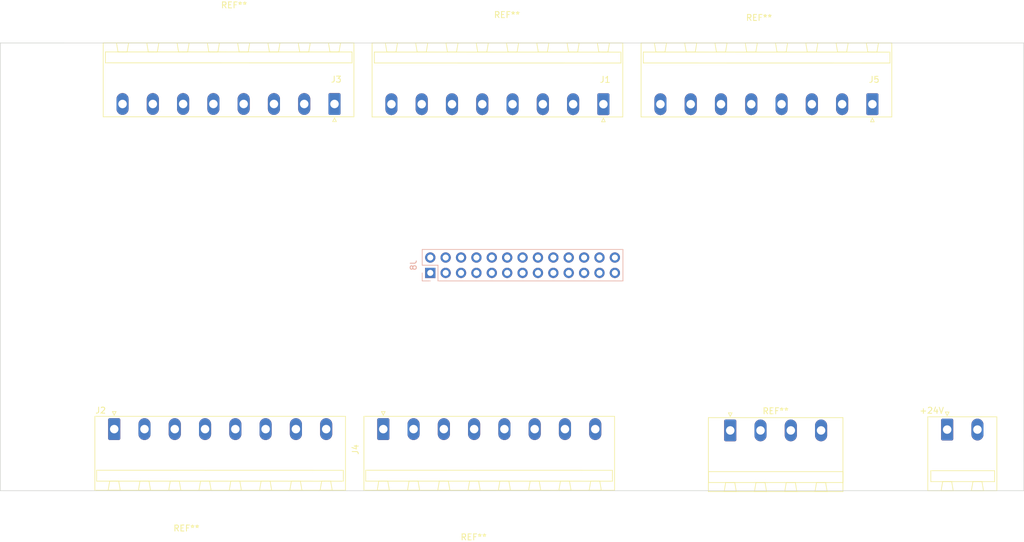
<source format=kicad_pcb>
(kicad_pcb (version 20171130) (host pcbnew "(5.1.10)-1")

  (general
    (thickness 1.6)
    (drawings 4)
    (tracks 0)
    (zones 0)
    (modules 8)
    (nets 1)
  )

  (page A4)
  (layers
    (0 F.Cu signal)
    (31 B.Cu signal)
    (32 B.Adhes user)
    (33 F.Adhes user)
    (34 B.Paste user)
    (35 F.Paste user)
    (36 B.SilkS user)
    (37 F.SilkS user)
    (38 B.Mask user)
    (39 F.Mask user)
    (40 Dwgs.User user)
    (41 Cmts.User user)
    (42 Eco1.User user)
    (43 Eco2.User user)
    (44 Edge.Cuts user)
    (45 Margin user)
    (46 B.CrtYd user)
    (47 F.CrtYd user)
    (48 B.Fab user)
    (49 F.Fab user)
  )

  (setup
    (last_trace_width 0.25)
    (trace_clearance 0.2)
    (zone_clearance 0.508)
    (zone_45_only no)
    (trace_min 0.2)
    (via_size 0.8)
    (via_drill 0.4)
    (via_min_size 0.4)
    (via_min_drill 0.3)
    (uvia_size 0.3)
    (uvia_drill 0.1)
    (uvias_allowed no)
    (uvia_min_size 0.2)
    (uvia_min_drill 0.1)
    (edge_width 0.05)
    (segment_width 0.2)
    (pcb_text_width 0.3)
    (pcb_text_size 1.5 1.5)
    (mod_edge_width 0.12)
    (mod_text_size 1 1)
    (mod_text_width 0.15)
    (pad_size 1.524 1.524)
    (pad_drill 0.762)
    (pad_to_mask_clearance 0)
    (aux_axis_origin 0 0)
    (visible_elements 7FFFFFFF)
    (pcbplotparams
      (layerselection 0x010fc_ffffffff)
      (usegerberextensions false)
      (usegerberattributes true)
      (usegerberadvancedattributes true)
      (creategerberjobfile true)
      (excludeedgelayer true)
      (linewidth 0.100000)
      (plotframeref false)
      (viasonmask false)
      (mode 1)
      (useauxorigin false)
      (hpglpennumber 1)
      (hpglpenspeed 20)
      (hpglpendiameter 15.000000)
      (psnegative false)
      (psa4output false)
      (plotreference true)
      (plotvalue true)
      (plotinvisibletext false)
      (padsonsilk false)
      (subtractmaskfromsilk false)
      (outputformat 1)
      (mirror false)
      (drillshape 1)
      (scaleselection 1)
      (outputdirectory ""))
  )

  (net 0 "")

  (net_class Default "This is the default net class."
    (clearance 0.2)
    (trace_width 0.25)
    (via_dia 0.8)
    (via_drill 0.4)
    (uvia_dia 0.3)
    (uvia_drill 0.1)
  )

  (module Connector_Phoenix_MSTB:PhoenixContact_MSTBA_2,5_4-G_1x04_P5.00mm_Horizontal (layer F.Cu) (tedit 5B785046) (tstamp 617CCF4F)
    (at 175.55 120.65)
    (descr "Generic Phoenix Contact connector footprint for: MSTBA_2,5/4-G; number of pins: 04; pin pitch: 5.00mm; Angled || order number: 1757491 12A || order number: 1923775 16A (HC)")
    (tags "phoenix_contact connector MSTBA_01x04_G_5.00mm")
    (fp_text reference REF** (at 7.5 -3.2) (layer F.SilkS)
      (effects (font (size 1 1) (thickness 0.15)))
    )
    (fp_text value PhoenixContact_MSTBA_2,5_4-G_1x04_P5.00mm_Horizontal (at 7.5 11.2) (layer F.Fab)
      (effects (font (size 1 1) (thickness 0.15)))
    )
    (fp_text user %R (at 7.5 -1.3) (layer F.Fab)
      (effects (font (size 1 1) (thickness 0.15)))
    )
    (fp_line (start -3.61 -2.11) (end -3.61 10.11) (layer F.SilkS) (width 0.12))
    (fp_line (start -3.61 10.11) (end 18.61 10.11) (layer F.SilkS) (width 0.12))
    (fp_line (start 18.61 10.11) (end 18.61 -2.11) (layer F.SilkS) (width 0.12))
    (fp_line (start 18.61 -2.11) (end -3.61 -2.11) (layer F.SilkS) (width 0.12))
    (fp_line (start -3.5 -2) (end -3.5 10) (layer F.Fab) (width 0.1))
    (fp_line (start -3.5 10) (end 18.5 10) (layer F.Fab) (width 0.1))
    (fp_line (start 18.5 10) (end 18.5 -2) (layer F.Fab) (width 0.1))
    (fp_line (start 18.5 -2) (end -3.5 -2) (layer F.Fab) (width 0.1))
    (fp_line (start -3.61 8.61) (end -3.61 6.81) (layer F.SilkS) (width 0.12))
    (fp_line (start -3.61 6.81) (end 18.61 6.81) (layer F.SilkS) (width 0.12))
    (fp_line (start 18.61 6.81) (end 18.61 8.61) (layer F.SilkS) (width 0.12))
    (fp_line (start 18.61 8.61) (end -3.61 8.61) (layer F.SilkS) (width 0.12))
    (fp_line (start -1 10.11) (end 1 10.11) (layer F.SilkS) (width 0.12))
    (fp_line (start 1 10.11) (end 0.75 8.61) (layer F.SilkS) (width 0.12))
    (fp_line (start 0.75 8.61) (end -0.75 8.61) (layer F.SilkS) (width 0.12))
    (fp_line (start -0.75 8.61) (end -1 10.11) (layer F.SilkS) (width 0.12))
    (fp_line (start 4 10.11) (end 6 10.11) (layer F.SilkS) (width 0.12))
    (fp_line (start 6 10.11) (end 5.75 8.61) (layer F.SilkS) (width 0.12))
    (fp_line (start 5.75 8.61) (end 4.25 8.61) (layer F.SilkS) (width 0.12))
    (fp_line (start 4.25 8.61) (end 4 10.11) (layer F.SilkS) (width 0.12))
    (fp_line (start 9 10.11) (end 11 10.11) (layer F.SilkS) (width 0.12))
    (fp_line (start 11 10.11) (end 10.75 8.61) (layer F.SilkS) (width 0.12))
    (fp_line (start 10.75 8.61) (end 9.25 8.61) (layer F.SilkS) (width 0.12))
    (fp_line (start 9.25 8.61) (end 9 10.11) (layer F.SilkS) (width 0.12))
    (fp_line (start 14 10.11) (end 16 10.11) (layer F.SilkS) (width 0.12))
    (fp_line (start 16 10.11) (end 15.75 8.61) (layer F.SilkS) (width 0.12))
    (fp_line (start 15.75 8.61) (end 14.25 8.61) (layer F.SilkS) (width 0.12))
    (fp_line (start 14.25 8.61) (end 14 10.11) (layer F.SilkS) (width 0.12))
    (fp_line (start -4 -2.5) (end -4 10.5) (layer F.CrtYd) (width 0.05))
    (fp_line (start -4 10.5) (end 19 10.5) (layer F.CrtYd) (width 0.05))
    (fp_line (start 19 10.5) (end 19 -2.5) (layer F.CrtYd) (width 0.05))
    (fp_line (start 19 -2.5) (end -4 -2.5) (layer F.CrtYd) (width 0.05))
    (fp_line (start 0.3 -2.91) (end 0 -2.31) (layer F.SilkS) (width 0.12))
    (fp_line (start 0 -2.31) (end -0.3 -2.91) (layer F.SilkS) (width 0.12))
    (fp_line (start -0.3 -2.91) (end 0.3 -2.91) (layer F.SilkS) (width 0.12))
    (fp_line (start 0.95 -2) (end 0 -0.5) (layer F.Fab) (width 0.1))
    (fp_line (start 0 -0.5) (end -0.95 -2) (layer F.Fab) (width 0.1))
    (pad 4 thru_hole oval (at 15 0) (size 2 3.6) (drill 1.4) (layers *.Cu *.Mask))
    (pad 3 thru_hole oval (at 10 0) (size 2 3.6) (drill 1.4) (layers *.Cu *.Mask))
    (pad 2 thru_hole oval (at 5 0) (size 2 3.6) (drill 1.4) (layers *.Cu *.Mask))
    (pad 1 thru_hole roundrect (at 0 0) (size 2 3.6) (drill 1.4) (layers *.Cu *.Mask) (roundrect_rratio 0.125))
    (model ${KISYS3DMOD}/Connector_Phoenix_MSTB.3dshapes/PhoenixContact_MSTBA_2,5_4-G_1x04_P5.00mm_Horizontal.wrl
      (at (xyz 0 0 0))
      (scale (xyz 1 1 1))
      (rotate (xyz 0 0 0))
    )
  )

  (module Connector:Phoenix_1x02_P5.00mm_Horizontal (layer F.Cu) (tedit 6170735D) (tstamp 617CF79D)
    (at 211.37 120.51)
    (descr "Generic Phoenix Contact connector footprint for: MSTBA_2,5/2-G; number of pins: 02; pin pitch: 5.00mm; Angled || order number: 1757475 12A || order number: 1923759 16A (HC)")
    (tags "phoenix_contact connector MSTBA_01x02_G_5.00mm")
    (path /618FEB19)
    (fp_text reference +24V (at -2.545 -3.14) (layer F.SilkS)
      (effects (font (size 1 1) (thickness 0.15)))
    )
    (fp_text value Screw_Terminal_01x02 (at 2.5 11.2) (layer F.Fab)
      (effects (font (size 1 1) (thickness 0.15)))
    )
    (fp_line (start -3.2 -2.11) (end -3.2 10.11) (layer F.SilkS) (width 0.12))
    (fp_line (start -3.2 10.11) (end 8.2 10.11) (layer F.SilkS) (width 0.12))
    (fp_line (start 8.2 10.11) (end 8.2 -2.11) (layer F.SilkS) (width 0.12))
    (fp_line (start 8.2 -2.11) (end -3.2 -2.11) (layer F.SilkS) (width 0.12))
    (fp_line (start -3.09 -2) (end -3.09 10) (layer F.Fab) (width 0.1))
    (fp_line (start -3.09 10) (end 8.09 10) (layer F.Fab) (width 0.1))
    (fp_line (start 8.09 10) (end 8.09 -2) (layer F.Fab) (width 0.1))
    (fp_line (start 8.09 -2) (end -3.09 -2) (layer F.Fab) (width 0.1))
    (fp_line (start -2.7 8.6) (end -2.7 6.8) (layer F.SilkS) (width 0.12))
    (fp_line (start -2.7 6.8) (end 7.85 6.8) (layer F.SilkS) (width 0.12))
    (fp_line (start 7.84 6.81) (end 7.84 8.61) (layer F.SilkS) (width 0.12))
    (fp_line (start 7.84 8.6) (end -2.7 8.6) (layer F.SilkS) (width 0.12))
    (fp_line (start -1 10.11) (end 1 10.11) (layer F.SilkS) (width 0.12))
    (fp_line (start 1 10.11) (end 0.75 8.61) (layer F.SilkS) (width 0.12))
    (fp_line (start 0.75 8.61) (end -0.75 8.61) (layer F.SilkS) (width 0.12))
    (fp_line (start -0.75 8.61) (end -1 10.11) (layer F.SilkS) (width 0.12))
    (fp_line (start 4 10.11) (end 6 10.11) (layer F.SilkS) (width 0.12))
    (fp_line (start 6 10.11) (end 5.75 8.61) (layer F.SilkS) (width 0.12))
    (fp_line (start 5.75 8.61) (end 4.25 8.61) (layer F.SilkS) (width 0.12))
    (fp_line (start 4.25 8.61) (end 4 10.11) (layer F.SilkS) (width 0.12))
    (fp_line (start -4 -2.5) (end -4 10.5) (layer F.CrtYd) (width 0.05))
    (fp_line (start -4 10.5) (end 9 10.5) (layer F.CrtYd) (width 0.05))
    (fp_line (start 9 10.5) (end 9 -2.5) (layer F.CrtYd) (width 0.05))
    (fp_line (start 9 -2.5) (end -4 -2.5) (layer F.CrtYd) (width 0.05))
    (fp_line (start 0.3 -2.91) (end 0 -2.31) (layer F.SilkS) (width 0.12))
    (fp_line (start 0 -2.31) (end -0.3 -2.91) (layer F.SilkS) (width 0.12))
    (fp_line (start -0.3 -2.91) (end 0.3 -2.91) (layer F.SilkS) (width 0.12))
    (fp_line (start 0.95 -2) (end 0 -0.5) (layer F.Fab) (width 0.1))
    (fp_line (start 0 -0.5) (end -0.95 -2) (layer F.Fab) (width 0.1))
    (fp_text user %R (at 2.5 -1.3) (layer F.Fab)
      (effects (font (size 1 1) (thickness 0.15)))
    )
    (pad 1 thru_hole roundrect (at 0 0) (size 2 3.6) (drill 1.4) (layers *.Cu *.Mask) (roundrect_rratio 0.125))
    (pad 2 thru_hole oval (at 5 0) (size 2 3.6) (drill 1.4) (layers *.Cu *.Mask))
    (model ${KISYS3DMOD}/Connector_Phoenix_MSTB.3dshapes/PhoenixContact_MSTBA_2,5_2-G_1x02_P5.00mm_Horizontal.wrl
      (offset (xyz 0.1 0 0))
      (scale (xyz 0.95 1 1))
      (rotate (xyz 0 0 0))
    )
  )

  (module Connector:8pin (layer F.Cu) (tedit 616F2AC0) (tstamp 617CF6E8)
    (at 110.495 63.14 180)
    (path /63807348)
    (fp_text reference J3 (at 0 0.5) (layer F.SilkS)
      (effects (font (size 1 1) (thickness 0.15)))
    )
    (fp_text value Screw_Terminal_01x08 (at 0 -0.5) (layer F.Fab)
      (effects (font (size 1 1) (thickness 0.15)))
    )
    (fp_line (start -2.81 6.43) (end 38.37 6.44) (layer F.Fab) (width 0.1))
    (fp_line (start 38.48 -5.67) (end -2.91 -5.67) (layer F.SilkS) (width 0.12))
    (fp_line (start 38.48 6.55) (end 38.48 -5.67) (layer F.SilkS) (width 0.12))
    (fp_line (start -2.91 -5.67) (end -2.91 6.55) (layer F.SilkS) (width 0.12))
    (fp_line (start -2.91 6.55) (end 38.48 6.55) (layer F.SilkS) (width 0.12))
    (fp_line (start -2.81 -5.57) (end -2.81 6.43) (layer F.Fab) (width 0.1))
    (fp_line (start 36.29 6.55) (end 36.04 5.05) (layer F.SilkS) (width 0.12))
    (fp_line (start 38.12 3.25) (end 38.12 5.05) (layer F.SilkS) (width 0.12))
    (fp_line (start 19.54 5.05) (end 19.29 6.55) (layer F.SilkS) (width 0.12))
    (fp_line (start 38.12 5.05) (end -2.61 5.04) (layer F.SilkS) (width 0.12))
    (fp_line (start -0.71 6.55) (end 1.29 6.55) (layer F.SilkS) (width 0.12))
    (fp_line (start 1.29 6.55) (end 1.04 5.05) (layer F.SilkS) (width 0.12))
    (fp_line (start -0.01 -6.47) (end 0.59 -6.47) (layer F.SilkS) (width 0.12))
    (fp_line (start 1.04 5.05) (end -0.46 5.05) (layer F.SilkS) (width 0.12))
    (fp_line (start 24.29 6.55) (end 26.29 6.55) (layer F.SilkS) (width 0.12))
    (fp_line (start 36.04 5.05) (end 34.54 5.05) (layer F.SilkS) (width 0.12))
    (fp_line (start 4.29 6.55) (end 6.29 6.55) (layer F.SilkS) (width 0.12))
    (fp_line (start 6.29 6.55) (end 6.04 5.05) (layer F.SilkS) (width 0.12))
    (fp_line (start 29.54 5.05) (end 29.29 6.55) (layer F.SilkS) (width 0.12))
    (fp_line (start 9.29 6.55) (end 11.29 6.55) (layer F.SilkS) (width 0.12))
    (fp_line (start 6.04 5.05) (end 4.54 5.05) (layer F.SilkS) (width 0.12))
    (fp_line (start 26.29 6.55) (end 26.04 5.05) (layer F.SilkS) (width 0.12))
    (fp_line (start 9.54 5.05) (end 9.29 6.55) (layer F.SilkS) (width 0.12))
    (fp_line (start 1.24 -5.56) (end 0.29 -4.06) (layer F.Fab) (width 0.1))
    (fp_line (start 14.54 5.05) (end 14.29 6.55) (layer F.SilkS) (width 0.12))
    (fp_line (start 21.04 5.05) (end 19.54 5.05) (layer F.SilkS) (width 0.12))
    (fp_line (start 24.54 5.05) (end 24.29 6.55) (layer F.SilkS) (width 0.12))
    (fp_line (start 29.29 6.55) (end 31.29 6.55) (layer F.SilkS) (width 0.12))
    (fp_line (start 31.29 6.55) (end 31.04 5.05) (layer F.SilkS) (width 0.12))
    (fp_line (start 0.29 -4.06) (end -0.66 -5.56) (layer F.Fab) (width 0.1))
    (fp_line (start 0.59 -6.47) (end 0.29 -5.87) (layer F.SilkS) (width 0.12))
    (fp_line (start 14.29 6.55) (end 16.29 6.55) (layer F.SilkS) (width 0.12))
    (fp_line (start 19.29 6.55) (end 21.29 6.55) (layer F.SilkS) (width 0.12))
    (fp_line (start -3.71 -6.06) (end -3.71 6.94) (layer F.CrtYd) (width 0.05))
    (fp_line (start 21.29 6.55) (end 21.04 5.05) (layer F.SilkS) (width 0.12))
    (fp_line (start 26.04 5.05) (end 24.54 5.05) (layer F.SilkS) (width 0.12))
    (fp_line (start 34.54 5.05) (end 34.29 6.55) (layer F.SilkS) (width 0.12))
    (fp_line (start 0.29 -5.87) (end -0.01 -6.47) (layer F.SilkS) (width 0.12))
    (fp_line (start 39.29 6.94) (end 39.29 -6.06) (layer F.CrtYd) (width 0.05))
    (fp_line (start 11.04 5.05) (end 9.54 5.05) (layer F.SilkS) (width 0.12))
    (fp_line (start 31.04 5.05) (end 29.54 5.05) (layer F.SilkS) (width 0.12))
    (fp_line (start -3.71 6.94) (end 39.29 6.94) (layer F.CrtYd) (width 0.05))
    (fp_line (start 38.37 6.44) (end 38.37 -5.56) (layer F.Fab) (width 0.1))
    (fp_line (start 16.04 5.05) (end 14.54 5.05) (layer F.SilkS) (width 0.12))
    (fp_line (start 38.37 -5.56) (end -2.81 -5.57) (layer F.Fab) (width 0.1))
    (fp_line (start 39.29 -6.06) (end -3.71 -6.06) (layer F.CrtYd) (width 0.05))
    (fp_line (start -2.61 5.04) (end -2.61 3.24) (layer F.SilkS) (width 0.12))
    (fp_line (start 4.54 5.05) (end 4.29 6.55) (layer F.SilkS) (width 0.12))
    (fp_line (start 11.29 6.55) (end 11.04 5.05) (layer F.SilkS) (width 0.12))
    (fp_line (start -2.61 3.24) (end 38.12 3.25) (layer F.SilkS) (width 0.12))
    (fp_line (start -0.46 5.05) (end -0.71 6.55) (layer F.SilkS) (width 0.12))
    (fp_line (start 16.29 6.55) (end 16.04 5.05) (layer F.SilkS) (width 0.12))
    (fp_line (start 34.29 6.55) (end 36.29 6.55) (layer F.SilkS) (width 0.12))
    (fp_text user %R (at 17.79 -4.86) (layer F.Fab)
      (effects (font (size 1 1) (thickness 0.15)))
    )
    (fp_text user REF** (at 16.87 12.78) (layer F.SilkS)
      (effects (font (size 1 1) (thickness 0.15)))
    )
    (fp_text user PhoenixContact_MSTBA_2,5_8-G_1x08_P5.00mm_41.4mm (at 17.79 7.64) (layer F.Fab)
      (effects (font (size 1 1) (thickness 0.15)))
    )
    (pad 7 thru_hole oval (at 30.29 -3.56 180) (size 2 3.6) (drill 1.4) (layers *.Cu *.Mask))
    (pad 1 thru_hole roundrect (at 0.29 -3.56 180) (size 2 3.6) (drill 1.4) (layers *.Cu *.Mask) (roundrect_rratio 0.125))
    (pad 3 thru_hole oval (at 10.29 -3.56 180) (size 2 3.6) (drill 1.4) (layers *.Cu *.Mask))
    (pad 6 thru_hole oval (at 25.29 -3.56 180) (size 2 3.6) (drill 1.4) (layers *.Cu *.Mask))
    (pad 2 thru_hole oval (at 5.29 -3.56 180) (size 2 3.6) (drill 1.4) (layers *.Cu *.Mask))
    (pad 4 thru_hole oval (at 15.29 -3.56 180) (size 2 3.6) (drill 1.4) (layers *.Cu *.Mask))
    (pad 8 thru_hole oval (at 35.29 -3.56 180) (size 2 3.6) (drill 1.4) (layers *.Cu *.Mask))
    (pad 5 thru_hole oval (at 20.29 -3.56 180) (size 2 3.6) (drill 1.4) (layers *.Cu *.Mask))
    (model ${KISYS3DMOD}/Connector_Phoenix_MSTB.3dshapes/PhoenixContact_MSTBA_2,5_8-G_1x08_P5.00mm_Horizontal.step
      (offset (xyz 0.5 3.5 0))
      (scale (xyz 0.98 1 1))
      (rotate (xyz 0 0 0))
    )
  )

  (module Connector:8pin (layer F.Cu) (tedit 616F2AC0) (tstamp 617CF6A5)
    (at 73.54 123.995)
    (path /63A3DBAC)
    (fp_text reference J2 (at -1.95 -6.65) (layer F.SilkS)
      (effects (font (size 1 1) (thickness 0.15)))
    )
    (fp_text value Screw_Terminal_01x08 (at 0 -0.5) (layer F.Fab)
      (effects (font (size 1 1) (thickness 0.15)))
    )
    (fp_line (start -2.81 6.43) (end 38.37 6.44) (layer F.Fab) (width 0.1))
    (fp_line (start 38.48 -5.67) (end -2.91 -5.67) (layer F.SilkS) (width 0.12))
    (fp_line (start 38.48 6.55) (end 38.48 -5.67) (layer F.SilkS) (width 0.12))
    (fp_line (start -2.91 -5.67) (end -2.91 6.55) (layer F.SilkS) (width 0.12))
    (fp_line (start -2.91 6.55) (end 38.48 6.55) (layer F.SilkS) (width 0.12))
    (fp_line (start -2.81 -5.57) (end -2.81 6.43) (layer F.Fab) (width 0.1))
    (fp_line (start 36.29 6.55) (end 36.04 5.05) (layer F.SilkS) (width 0.12))
    (fp_line (start 38.12 3.25) (end 38.12 5.05) (layer F.SilkS) (width 0.12))
    (fp_line (start 19.54 5.05) (end 19.29 6.55) (layer F.SilkS) (width 0.12))
    (fp_line (start 38.12 5.05) (end -2.61 5.04) (layer F.SilkS) (width 0.12))
    (fp_line (start -0.71 6.55) (end 1.29 6.55) (layer F.SilkS) (width 0.12))
    (fp_line (start 1.29 6.55) (end 1.04 5.05) (layer F.SilkS) (width 0.12))
    (fp_line (start -0.01 -6.47) (end 0.59 -6.47) (layer F.SilkS) (width 0.12))
    (fp_line (start 1.04 5.05) (end -0.46 5.05) (layer F.SilkS) (width 0.12))
    (fp_line (start 24.29 6.55) (end 26.29 6.55) (layer F.SilkS) (width 0.12))
    (fp_line (start 36.04 5.05) (end 34.54 5.05) (layer F.SilkS) (width 0.12))
    (fp_line (start 4.29 6.55) (end 6.29 6.55) (layer F.SilkS) (width 0.12))
    (fp_line (start 6.29 6.55) (end 6.04 5.05) (layer F.SilkS) (width 0.12))
    (fp_line (start 29.54 5.05) (end 29.29 6.55) (layer F.SilkS) (width 0.12))
    (fp_line (start 9.29 6.55) (end 11.29 6.55) (layer F.SilkS) (width 0.12))
    (fp_line (start 6.04 5.05) (end 4.54 5.05) (layer F.SilkS) (width 0.12))
    (fp_line (start 26.29 6.55) (end 26.04 5.05) (layer F.SilkS) (width 0.12))
    (fp_line (start 9.54 5.05) (end 9.29 6.55) (layer F.SilkS) (width 0.12))
    (fp_line (start 1.24 -5.56) (end 0.29 -4.06) (layer F.Fab) (width 0.1))
    (fp_line (start 14.54 5.05) (end 14.29 6.55) (layer F.SilkS) (width 0.12))
    (fp_line (start 21.04 5.05) (end 19.54 5.05) (layer F.SilkS) (width 0.12))
    (fp_line (start 24.54 5.05) (end 24.29 6.55) (layer F.SilkS) (width 0.12))
    (fp_line (start 29.29 6.55) (end 31.29 6.55) (layer F.SilkS) (width 0.12))
    (fp_line (start 31.29 6.55) (end 31.04 5.05) (layer F.SilkS) (width 0.12))
    (fp_line (start 0.29 -4.06) (end -0.66 -5.56) (layer F.Fab) (width 0.1))
    (fp_line (start 0.59 -6.47) (end 0.29 -5.87) (layer F.SilkS) (width 0.12))
    (fp_line (start 14.29 6.55) (end 16.29 6.55) (layer F.SilkS) (width 0.12))
    (fp_line (start 19.29 6.55) (end 21.29 6.55) (layer F.SilkS) (width 0.12))
    (fp_line (start -3.71 -6.06) (end -3.71 6.94) (layer F.CrtYd) (width 0.05))
    (fp_line (start 21.29 6.55) (end 21.04 5.05) (layer F.SilkS) (width 0.12))
    (fp_line (start 26.04 5.05) (end 24.54 5.05) (layer F.SilkS) (width 0.12))
    (fp_line (start 34.54 5.05) (end 34.29 6.55) (layer F.SilkS) (width 0.12))
    (fp_line (start 0.29 -5.87) (end -0.01 -6.47) (layer F.SilkS) (width 0.12))
    (fp_line (start 39.29 6.94) (end 39.29 -6.06) (layer F.CrtYd) (width 0.05))
    (fp_line (start 11.04 5.05) (end 9.54 5.05) (layer F.SilkS) (width 0.12))
    (fp_line (start 31.04 5.05) (end 29.54 5.05) (layer F.SilkS) (width 0.12))
    (fp_line (start -3.71 6.94) (end 39.29 6.94) (layer F.CrtYd) (width 0.05))
    (fp_line (start 38.37 6.44) (end 38.37 -5.56) (layer F.Fab) (width 0.1))
    (fp_line (start 16.04 5.05) (end 14.54 5.05) (layer F.SilkS) (width 0.12))
    (fp_line (start 38.37 -5.56) (end -2.81 -5.57) (layer F.Fab) (width 0.1))
    (fp_line (start 39.29 -6.06) (end -3.71 -6.06) (layer F.CrtYd) (width 0.05))
    (fp_line (start -2.61 5.04) (end -2.61 3.24) (layer F.SilkS) (width 0.12))
    (fp_line (start 4.54 5.05) (end 4.29 6.55) (layer F.SilkS) (width 0.12))
    (fp_line (start 11.29 6.55) (end 11.04 5.05) (layer F.SilkS) (width 0.12))
    (fp_line (start -2.61 3.24) (end 38.12 3.25) (layer F.SilkS) (width 0.12))
    (fp_line (start -0.46 5.05) (end -0.71 6.55) (layer F.SilkS) (width 0.12))
    (fp_line (start 16.29 6.55) (end 16.04 5.05) (layer F.SilkS) (width 0.12))
    (fp_line (start 34.29 6.55) (end 36.29 6.55) (layer F.SilkS) (width 0.12))
    (fp_text user %R (at 17.79 -4.86) (layer F.Fab)
      (effects (font (size 1 1) (thickness 0.15)))
    )
    (fp_text user REF** (at 12.22 12.83) (layer F.SilkS)
      (effects (font (size 1 1) (thickness 0.15)))
    )
    (fp_text user PhoenixContact_MSTBA_2,5_8-G_1x08_P5.00mm_41.4mm (at 17.79 7.64) (layer F.Fab)
      (effects (font (size 1 1) (thickness 0.15)))
    )
    (pad 7 thru_hole oval (at 30.29 -3.56) (size 2 3.6) (drill 1.4) (layers *.Cu *.Mask))
    (pad 1 thru_hole roundrect (at 0.29 -3.56) (size 2 3.6) (drill 1.4) (layers *.Cu *.Mask) (roundrect_rratio 0.125))
    (pad 3 thru_hole oval (at 10.29 -3.56) (size 2 3.6) (drill 1.4) (layers *.Cu *.Mask))
    (pad 6 thru_hole oval (at 25.29 -3.56) (size 2 3.6) (drill 1.4) (layers *.Cu *.Mask))
    (pad 2 thru_hole oval (at 5.29 -3.56) (size 2 3.6) (drill 1.4) (layers *.Cu *.Mask))
    (pad 4 thru_hole oval (at 15.29 -3.56) (size 2 3.6) (drill 1.4) (layers *.Cu *.Mask))
    (pad 8 thru_hole oval (at 35.29 -3.56) (size 2 3.6) (drill 1.4) (layers *.Cu *.Mask))
    (pad 5 thru_hole oval (at 20.29 -3.56) (size 2 3.6) (drill 1.4) (layers *.Cu *.Mask))
    (model ${KISYS3DMOD}/Connector_Phoenix_MSTB.3dshapes/PhoenixContact_MSTBA_2,5_8-G_1x08_P5.00mm_Horizontal.step
      (offset (xyz 0.6 3.5 0))
      (scale (xyz 0.98 1 1))
      (rotate (xyz 0 0 0))
    )
  )

  (module Connector:8pin (layer F.Cu) (tedit 616F2AC0) (tstamp 617CF662)
    (at 117.97 123.995)
    (path /63D4A193)
    (fp_text reference J4 (at -4.3 -0.19 90) (layer F.SilkS)
      (effects (font (size 1 1) (thickness 0.15)))
    )
    (fp_text value Screw_Terminal_01x08 (at 0 -0.5) (layer F.Fab)
      (effects (font (size 1 1) (thickness 0.15)))
    )
    (fp_line (start -2.81 6.43) (end 38.37 6.44) (layer F.Fab) (width 0.1))
    (fp_line (start 38.48 -5.67) (end -2.91 -5.67) (layer F.SilkS) (width 0.12))
    (fp_line (start 38.48 6.55) (end 38.48 -5.67) (layer F.SilkS) (width 0.12))
    (fp_line (start -2.91 -5.67) (end -2.91 6.55) (layer F.SilkS) (width 0.12))
    (fp_line (start -2.91 6.55) (end 38.48 6.55) (layer F.SilkS) (width 0.12))
    (fp_line (start -2.81 -5.57) (end -2.81 6.43) (layer F.Fab) (width 0.1))
    (fp_line (start 36.29 6.55) (end 36.04 5.05) (layer F.SilkS) (width 0.12))
    (fp_line (start 38.12 3.25) (end 38.12 5.05) (layer F.SilkS) (width 0.12))
    (fp_line (start 19.54 5.05) (end 19.29 6.55) (layer F.SilkS) (width 0.12))
    (fp_line (start 38.12 5.05) (end -2.61 5.04) (layer F.SilkS) (width 0.12))
    (fp_line (start -0.71 6.55) (end 1.29 6.55) (layer F.SilkS) (width 0.12))
    (fp_line (start 1.29 6.55) (end 1.04 5.05) (layer F.SilkS) (width 0.12))
    (fp_line (start -0.01 -6.47) (end 0.59 -6.47) (layer F.SilkS) (width 0.12))
    (fp_line (start 1.04 5.05) (end -0.46 5.05) (layer F.SilkS) (width 0.12))
    (fp_line (start 24.29 6.55) (end 26.29 6.55) (layer F.SilkS) (width 0.12))
    (fp_line (start 36.04 5.05) (end 34.54 5.05) (layer F.SilkS) (width 0.12))
    (fp_line (start 4.29 6.55) (end 6.29 6.55) (layer F.SilkS) (width 0.12))
    (fp_line (start 6.29 6.55) (end 6.04 5.05) (layer F.SilkS) (width 0.12))
    (fp_line (start 29.54 5.05) (end 29.29 6.55) (layer F.SilkS) (width 0.12))
    (fp_line (start 9.29 6.55) (end 11.29 6.55) (layer F.SilkS) (width 0.12))
    (fp_line (start 6.04 5.05) (end 4.54 5.05) (layer F.SilkS) (width 0.12))
    (fp_line (start 26.29 6.55) (end 26.04 5.05) (layer F.SilkS) (width 0.12))
    (fp_line (start 9.54 5.05) (end 9.29 6.55) (layer F.SilkS) (width 0.12))
    (fp_line (start 1.24 -5.56) (end 0.29 -4.06) (layer F.Fab) (width 0.1))
    (fp_line (start 14.54 5.05) (end 14.29 6.55) (layer F.SilkS) (width 0.12))
    (fp_line (start 21.04 5.05) (end 19.54 5.05) (layer F.SilkS) (width 0.12))
    (fp_line (start 24.54 5.05) (end 24.29 6.55) (layer F.SilkS) (width 0.12))
    (fp_line (start 29.29 6.55) (end 31.29 6.55) (layer F.SilkS) (width 0.12))
    (fp_line (start 31.29 6.55) (end 31.04 5.05) (layer F.SilkS) (width 0.12))
    (fp_line (start 0.29 -4.06) (end -0.66 -5.56) (layer F.Fab) (width 0.1))
    (fp_line (start 0.59 -6.47) (end 0.29 -5.87) (layer F.SilkS) (width 0.12))
    (fp_line (start 14.29 6.55) (end 16.29 6.55) (layer F.SilkS) (width 0.12))
    (fp_line (start 19.29 6.55) (end 21.29 6.55) (layer F.SilkS) (width 0.12))
    (fp_line (start -3.71 -6.06) (end -3.71 6.94) (layer F.CrtYd) (width 0.05))
    (fp_line (start 21.29 6.55) (end 21.04 5.05) (layer F.SilkS) (width 0.12))
    (fp_line (start 26.04 5.05) (end 24.54 5.05) (layer F.SilkS) (width 0.12))
    (fp_line (start 34.54 5.05) (end 34.29 6.55) (layer F.SilkS) (width 0.12))
    (fp_line (start 0.29 -5.87) (end -0.01 -6.47) (layer F.SilkS) (width 0.12))
    (fp_line (start 39.29 6.94) (end 39.29 -6.06) (layer F.CrtYd) (width 0.05))
    (fp_line (start 11.04 5.05) (end 9.54 5.05) (layer F.SilkS) (width 0.12))
    (fp_line (start 31.04 5.05) (end 29.54 5.05) (layer F.SilkS) (width 0.12))
    (fp_line (start -3.71 6.94) (end 39.29 6.94) (layer F.CrtYd) (width 0.05))
    (fp_line (start 38.37 6.44) (end 38.37 -5.56) (layer F.Fab) (width 0.1))
    (fp_line (start 16.04 5.05) (end 14.54 5.05) (layer F.SilkS) (width 0.12))
    (fp_line (start 38.37 -5.56) (end -2.81 -5.57) (layer F.Fab) (width 0.1))
    (fp_line (start 39.29 -6.06) (end -3.71 -6.06) (layer F.CrtYd) (width 0.05))
    (fp_line (start -2.61 5.04) (end -2.61 3.24) (layer F.SilkS) (width 0.12))
    (fp_line (start 4.54 5.05) (end 4.29 6.55) (layer F.SilkS) (width 0.12))
    (fp_line (start 11.29 6.55) (end 11.04 5.05) (layer F.SilkS) (width 0.12))
    (fp_line (start -2.61 3.24) (end 38.12 3.25) (layer F.SilkS) (width 0.12))
    (fp_line (start -0.46 5.05) (end -0.71 6.55) (layer F.SilkS) (width 0.12))
    (fp_line (start 16.29 6.55) (end 16.04 5.05) (layer F.SilkS) (width 0.12))
    (fp_line (start 34.29 6.55) (end 36.29 6.55) (layer F.SilkS) (width 0.12))
    (fp_text user %R (at 17.79 -4.86) (layer F.Fab)
      (effects (font (size 1 1) (thickness 0.15)))
    )
    (fp_text user REF** (at 15.22 14.29) (layer F.SilkS)
      (effects (font (size 1 1) (thickness 0.15)))
    )
    (fp_text user PhoenixContact_MSTBA_2,5_8-G_1x08_P5.00mm_41.4mm (at 17.79 7.64) (layer F.Fab)
      (effects (font (size 1 1) (thickness 0.15)))
    )
    (pad 7 thru_hole oval (at 30.29 -3.56) (size 2 3.6) (drill 1.4) (layers *.Cu *.Mask))
    (pad 1 thru_hole roundrect (at 0.29 -3.56) (size 2 3.6) (drill 1.4) (layers *.Cu *.Mask) (roundrect_rratio 0.125))
    (pad 3 thru_hole oval (at 10.29 -3.56) (size 2 3.6) (drill 1.4) (layers *.Cu *.Mask))
    (pad 6 thru_hole oval (at 25.29 -3.56) (size 2 3.6) (drill 1.4) (layers *.Cu *.Mask))
    (pad 2 thru_hole oval (at 5.29 -3.56) (size 2 3.6) (drill 1.4) (layers *.Cu *.Mask))
    (pad 4 thru_hole oval (at 15.29 -3.56) (size 2 3.6) (drill 1.4) (layers *.Cu *.Mask))
    (pad 8 thru_hole oval (at 35.29 -3.56) (size 2 3.6) (drill 1.4) (layers *.Cu *.Mask))
    (pad 5 thru_hole oval (at 20.29 -3.56) (size 2 3.6) (drill 1.4) (layers *.Cu *.Mask))
    (model ${KISYS3DMOD}/Connector_Phoenix_MSTB.3dshapes/PhoenixContact_MSTBA_2,5_8-G_1x08_P5.00mm_Horizontal.step
      (offset (xyz 0.6 3.5 0))
      (scale (xyz 0.98 1 1))
      (rotate (xyz 0 0 0))
    )
  )

  (module Connector:8pin (layer F.Cu) (tedit 616F2AC0) (tstamp 617CF5FC)
    (at 199.315 63.17 180)
    (path /625A4492)
    (fp_text reference J5 (at 0 0.5) (layer F.SilkS)
      (effects (font (size 1 1) (thickness 0.15)))
    )
    (fp_text value Screw_Terminal_01x08 (at 0 -0.5) (layer F.Fab)
      (effects (font (size 1 1) (thickness 0.15)))
    )
    (fp_line (start -2.81 6.43) (end 38.37 6.44) (layer F.Fab) (width 0.1))
    (fp_line (start 38.48 -5.67) (end -2.91 -5.67) (layer F.SilkS) (width 0.12))
    (fp_line (start 38.48 6.55) (end 38.48 -5.67) (layer F.SilkS) (width 0.12))
    (fp_line (start -2.91 -5.67) (end -2.91 6.55) (layer F.SilkS) (width 0.12))
    (fp_line (start -2.91 6.55) (end 38.48 6.55) (layer F.SilkS) (width 0.12))
    (fp_line (start -2.81 -5.57) (end -2.81 6.43) (layer F.Fab) (width 0.1))
    (fp_line (start 36.29 6.55) (end 36.04 5.05) (layer F.SilkS) (width 0.12))
    (fp_line (start 38.12 3.25) (end 38.12 5.05) (layer F.SilkS) (width 0.12))
    (fp_line (start 19.54 5.05) (end 19.29 6.55) (layer F.SilkS) (width 0.12))
    (fp_line (start 38.12 5.05) (end -2.61 5.04) (layer F.SilkS) (width 0.12))
    (fp_line (start -0.71 6.55) (end 1.29 6.55) (layer F.SilkS) (width 0.12))
    (fp_line (start 1.29 6.55) (end 1.04 5.05) (layer F.SilkS) (width 0.12))
    (fp_line (start -0.01 -6.47) (end 0.59 -6.47) (layer F.SilkS) (width 0.12))
    (fp_line (start 1.04 5.05) (end -0.46 5.05) (layer F.SilkS) (width 0.12))
    (fp_line (start 24.29 6.55) (end 26.29 6.55) (layer F.SilkS) (width 0.12))
    (fp_line (start 36.04 5.05) (end 34.54 5.05) (layer F.SilkS) (width 0.12))
    (fp_line (start 4.29 6.55) (end 6.29 6.55) (layer F.SilkS) (width 0.12))
    (fp_line (start 6.29 6.55) (end 6.04 5.05) (layer F.SilkS) (width 0.12))
    (fp_line (start 29.54 5.05) (end 29.29 6.55) (layer F.SilkS) (width 0.12))
    (fp_line (start 9.29 6.55) (end 11.29 6.55) (layer F.SilkS) (width 0.12))
    (fp_line (start 6.04 5.05) (end 4.54 5.05) (layer F.SilkS) (width 0.12))
    (fp_line (start 26.29 6.55) (end 26.04 5.05) (layer F.SilkS) (width 0.12))
    (fp_line (start 9.54 5.05) (end 9.29 6.55) (layer F.SilkS) (width 0.12))
    (fp_line (start 1.24 -5.56) (end 0.29 -4.06) (layer F.Fab) (width 0.1))
    (fp_line (start 14.54 5.05) (end 14.29 6.55) (layer F.SilkS) (width 0.12))
    (fp_line (start 21.04 5.05) (end 19.54 5.05) (layer F.SilkS) (width 0.12))
    (fp_line (start 24.54 5.05) (end 24.29 6.55) (layer F.SilkS) (width 0.12))
    (fp_line (start 29.29 6.55) (end 31.29 6.55) (layer F.SilkS) (width 0.12))
    (fp_line (start 31.29 6.55) (end 31.04 5.05) (layer F.SilkS) (width 0.12))
    (fp_line (start 0.29 -4.06) (end -0.66 -5.56) (layer F.Fab) (width 0.1))
    (fp_line (start 0.59 -6.47) (end 0.29 -5.87) (layer F.SilkS) (width 0.12))
    (fp_line (start 14.29 6.55) (end 16.29 6.55) (layer F.SilkS) (width 0.12))
    (fp_line (start 19.29 6.55) (end 21.29 6.55) (layer F.SilkS) (width 0.12))
    (fp_line (start -3.71 -6.06) (end -3.71 6.94) (layer F.CrtYd) (width 0.05))
    (fp_line (start 21.29 6.55) (end 21.04 5.05) (layer F.SilkS) (width 0.12))
    (fp_line (start 26.04 5.05) (end 24.54 5.05) (layer F.SilkS) (width 0.12))
    (fp_line (start 34.54 5.05) (end 34.29 6.55) (layer F.SilkS) (width 0.12))
    (fp_line (start 0.29 -5.87) (end -0.01 -6.47) (layer F.SilkS) (width 0.12))
    (fp_line (start 39.29 6.94) (end 39.29 -6.06) (layer F.CrtYd) (width 0.05))
    (fp_line (start 11.04 5.05) (end 9.54 5.05) (layer F.SilkS) (width 0.12))
    (fp_line (start 31.04 5.05) (end 29.54 5.05) (layer F.SilkS) (width 0.12))
    (fp_line (start -3.71 6.94) (end 39.29 6.94) (layer F.CrtYd) (width 0.05))
    (fp_line (start 38.37 6.44) (end 38.37 -5.56) (layer F.Fab) (width 0.1))
    (fp_line (start 16.04 5.05) (end 14.54 5.05) (layer F.SilkS) (width 0.12))
    (fp_line (start 38.37 -5.56) (end -2.81 -5.57) (layer F.Fab) (width 0.1))
    (fp_line (start 39.29 -6.06) (end -3.71 -6.06) (layer F.CrtYd) (width 0.05))
    (fp_line (start -2.61 5.04) (end -2.61 3.24) (layer F.SilkS) (width 0.12))
    (fp_line (start 4.54 5.05) (end 4.29 6.55) (layer F.SilkS) (width 0.12))
    (fp_line (start 11.29 6.55) (end 11.04 5.05) (layer F.SilkS) (width 0.12))
    (fp_line (start -2.61 3.24) (end 38.12 3.25) (layer F.SilkS) (width 0.12))
    (fp_line (start -0.46 5.05) (end -0.71 6.55) (layer F.SilkS) (width 0.12))
    (fp_line (start 16.29 6.55) (end 16.04 5.05) (layer F.SilkS) (width 0.12))
    (fp_line (start 34.29 6.55) (end 36.29 6.55) (layer F.SilkS) (width 0.12))
    (fp_text user %R (at 17.79 -4.86) (layer F.Fab)
      (effects (font (size 1 1) (thickness 0.15)))
    )
    (fp_text user REF** (at 19 10.73) (layer F.SilkS)
      (effects (font (size 1 1) (thickness 0.15)))
    )
    (fp_text user PhoenixContact_MSTBA_2,5_8-G_1x08_P5.00mm_41.4mm (at 17.79 7.64) (layer F.Fab)
      (effects (font (size 1 1) (thickness 0.15)))
    )
    (pad 7 thru_hole oval (at 30.29 -3.56 180) (size 2 3.6) (drill 1.4) (layers *.Cu *.Mask))
    (pad 1 thru_hole roundrect (at 0.29 -3.56 180) (size 2 3.6) (drill 1.4) (layers *.Cu *.Mask) (roundrect_rratio 0.125))
    (pad 3 thru_hole oval (at 10.29 -3.56 180) (size 2 3.6) (drill 1.4) (layers *.Cu *.Mask))
    (pad 6 thru_hole oval (at 25.29 -3.56 180) (size 2 3.6) (drill 1.4) (layers *.Cu *.Mask))
    (pad 2 thru_hole oval (at 5.29 -3.56 180) (size 2 3.6) (drill 1.4) (layers *.Cu *.Mask))
    (pad 4 thru_hole oval (at 15.29 -3.56 180) (size 2 3.6) (drill 1.4) (layers *.Cu *.Mask))
    (pad 8 thru_hole oval (at 35.29 -3.56 180) (size 2 3.6) (drill 1.4) (layers *.Cu *.Mask))
    (pad 5 thru_hole oval (at 20.29 -3.56 180) (size 2 3.6) (drill 1.4) (layers *.Cu *.Mask))
    (model ${KISYS3DMOD}/Connector_Phoenix_MSTB.3dshapes/PhoenixContact_MSTBA_2,5_8-G_1x08_P5.00mm_Horizontal.step
      (offset (xyz 0.5 3.5 0))
      (scale (xyz 0.98 1 1))
      (rotate (xyz 0 0 0))
    )
  )

  (module Connector:8pin (layer F.Cu) (tedit 616F2AC0) (tstamp 617CF5B9)
    (at 154.895 63.17 180)
    (path /62D2984A)
    (fp_text reference J1 (at 0 0.5) (layer F.SilkS)
      (effects (font (size 1 1) (thickness 0.15)))
    )
    (fp_text value Screw_Terminal_01x08 (at 0 -0.5) (layer F.Fab)
      (effects (font (size 1 1) (thickness 0.15)))
    )
    (fp_line (start -2.81 6.43) (end 38.37 6.44) (layer F.Fab) (width 0.1))
    (fp_line (start 38.48 -5.67) (end -2.91 -5.67) (layer F.SilkS) (width 0.12))
    (fp_line (start 38.48 6.55) (end 38.48 -5.67) (layer F.SilkS) (width 0.12))
    (fp_line (start -2.91 -5.67) (end -2.91 6.55) (layer F.SilkS) (width 0.12))
    (fp_line (start -2.91 6.55) (end 38.48 6.55) (layer F.SilkS) (width 0.12))
    (fp_line (start -2.81 -5.57) (end -2.81 6.43) (layer F.Fab) (width 0.1))
    (fp_line (start 36.29 6.55) (end 36.04 5.05) (layer F.SilkS) (width 0.12))
    (fp_line (start 38.12 3.25) (end 38.12 5.05) (layer F.SilkS) (width 0.12))
    (fp_line (start 19.54 5.05) (end 19.29 6.55) (layer F.SilkS) (width 0.12))
    (fp_line (start 38.12 5.05) (end -2.61 5.04) (layer F.SilkS) (width 0.12))
    (fp_line (start -0.71 6.55) (end 1.29 6.55) (layer F.SilkS) (width 0.12))
    (fp_line (start 1.29 6.55) (end 1.04 5.05) (layer F.SilkS) (width 0.12))
    (fp_line (start -0.01 -6.47) (end 0.59 -6.47) (layer F.SilkS) (width 0.12))
    (fp_line (start 1.04 5.05) (end -0.46 5.05) (layer F.SilkS) (width 0.12))
    (fp_line (start 24.29 6.55) (end 26.29 6.55) (layer F.SilkS) (width 0.12))
    (fp_line (start 36.04 5.05) (end 34.54 5.05) (layer F.SilkS) (width 0.12))
    (fp_line (start 4.29 6.55) (end 6.29 6.55) (layer F.SilkS) (width 0.12))
    (fp_line (start 6.29 6.55) (end 6.04 5.05) (layer F.SilkS) (width 0.12))
    (fp_line (start 29.54 5.05) (end 29.29 6.55) (layer F.SilkS) (width 0.12))
    (fp_line (start 9.29 6.55) (end 11.29 6.55) (layer F.SilkS) (width 0.12))
    (fp_line (start 6.04 5.05) (end 4.54 5.05) (layer F.SilkS) (width 0.12))
    (fp_line (start 26.29 6.55) (end 26.04 5.05) (layer F.SilkS) (width 0.12))
    (fp_line (start 9.54 5.05) (end 9.29 6.55) (layer F.SilkS) (width 0.12))
    (fp_line (start 1.24 -5.56) (end 0.29 -4.06) (layer F.Fab) (width 0.1))
    (fp_line (start 14.54 5.05) (end 14.29 6.55) (layer F.SilkS) (width 0.12))
    (fp_line (start 21.04 5.05) (end 19.54 5.05) (layer F.SilkS) (width 0.12))
    (fp_line (start 24.54 5.05) (end 24.29 6.55) (layer F.SilkS) (width 0.12))
    (fp_line (start 29.29 6.55) (end 31.29 6.55) (layer F.SilkS) (width 0.12))
    (fp_line (start 31.29 6.55) (end 31.04 5.05) (layer F.SilkS) (width 0.12))
    (fp_line (start 0.29 -4.06) (end -0.66 -5.56) (layer F.Fab) (width 0.1))
    (fp_line (start 0.59 -6.47) (end 0.29 -5.87) (layer F.SilkS) (width 0.12))
    (fp_line (start 14.29 6.55) (end 16.29 6.55) (layer F.SilkS) (width 0.12))
    (fp_line (start 19.29 6.55) (end 21.29 6.55) (layer F.SilkS) (width 0.12))
    (fp_line (start -3.71 -6.06) (end -3.71 6.94) (layer F.CrtYd) (width 0.05))
    (fp_line (start 21.29 6.55) (end 21.04 5.05) (layer F.SilkS) (width 0.12))
    (fp_line (start 26.04 5.05) (end 24.54 5.05) (layer F.SilkS) (width 0.12))
    (fp_line (start 34.54 5.05) (end 34.29 6.55) (layer F.SilkS) (width 0.12))
    (fp_line (start 0.29 -5.87) (end -0.01 -6.47) (layer F.SilkS) (width 0.12))
    (fp_line (start 39.29 6.94) (end 39.29 -6.06) (layer F.CrtYd) (width 0.05))
    (fp_line (start 11.04 5.05) (end 9.54 5.05) (layer F.SilkS) (width 0.12))
    (fp_line (start 31.04 5.05) (end 29.54 5.05) (layer F.SilkS) (width 0.12))
    (fp_line (start -3.71 6.94) (end 39.29 6.94) (layer F.CrtYd) (width 0.05))
    (fp_line (start 38.37 6.44) (end 38.37 -5.56) (layer F.Fab) (width 0.1))
    (fp_line (start 16.04 5.05) (end 14.54 5.05) (layer F.SilkS) (width 0.12))
    (fp_line (start 38.37 -5.56) (end -2.81 -5.57) (layer F.Fab) (width 0.1))
    (fp_line (start 39.29 -6.06) (end -3.71 -6.06) (layer F.CrtYd) (width 0.05))
    (fp_line (start -2.61 5.04) (end -2.61 3.24) (layer F.SilkS) (width 0.12))
    (fp_line (start 4.54 5.05) (end 4.29 6.55) (layer F.SilkS) (width 0.12))
    (fp_line (start 11.29 6.55) (end 11.04 5.05) (layer F.SilkS) (width 0.12))
    (fp_line (start -2.61 3.24) (end 38.12 3.25) (layer F.SilkS) (width 0.12))
    (fp_line (start -0.46 5.05) (end -0.71 6.55) (layer F.SilkS) (width 0.12))
    (fp_line (start 16.29 6.55) (end 16.04 5.05) (layer F.SilkS) (width 0.12))
    (fp_line (start 34.29 6.55) (end 36.29 6.55) (layer F.SilkS) (width 0.12))
    (fp_text user %R (at 17.79 -4.86) (layer F.Fab)
      (effects (font (size 1 1) (thickness 0.15)))
    )
    (fp_text user REF** (at 16.2 11.2) (layer F.SilkS)
      (effects (font (size 1 1) (thickness 0.15)))
    )
    (fp_text user PhoenixContact_MSTBA_2,5_8-G_1x08_P5.00mm_41.4mm (at 17.79 7.64) (layer F.Fab)
      (effects (font (size 1 1) (thickness 0.15)))
    )
    (pad 7 thru_hole oval (at 30.29 -3.56 180) (size 2 3.6) (drill 1.4) (layers *.Cu *.Mask))
    (pad 1 thru_hole roundrect (at 0.29 -3.56 180) (size 2 3.6) (drill 1.4) (layers *.Cu *.Mask) (roundrect_rratio 0.125))
    (pad 3 thru_hole oval (at 10.29 -3.56 180) (size 2 3.6) (drill 1.4) (layers *.Cu *.Mask))
    (pad 6 thru_hole oval (at 25.29 -3.56 180) (size 2 3.6) (drill 1.4) (layers *.Cu *.Mask))
    (pad 2 thru_hole oval (at 5.29 -3.56 180) (size 2 3.6) (drill 1.4) (layers *.Cu *.Mask))
    (pad 4 thru_hole oval (at 15.29 -3.56 180) (size 2 3.6) (drill 1.4) (layers *.Cu *.Mask))
    (pad 8 thru_hole oval (at 35.29 -3.56 180) (size 2 3.6) (drill 1.4) (layers *.Cu *.Mask))
    (pad 5 thru_hole oval (at 20.29 -3.56 180) (size 2 3.6) (drill 1.4) (layers *.Cu *.Mask))
    (model ${KISYS3DMOD}/Connector_Phoenix_MSTB.3dshapes/PhoenixContact_MSTBA_2,5_8-G_1x08_P5.00mm_Horizontal.step
      (offset (xyz 0.5 3.5 0))
      (scale (xyz 0.98 1 1))
      (rotate (xyz 0 0 0))
    )
  )

  (module Connector_PinSocket_2.54mm:PinSocket_2x13_P2.54mm_Vertical (layer B.Cu) (tedit 5A19A430) (tstamp 617CF3A6)
    (at 126.02 94.615 270)
    (descr "Through hole straight socket strip, 2x13, 2.54mm pitch, double cols (from Kicad 4.0.7), script generated")
    (tags "Through hole socket strip THT 2x13 2.54mm double row")
    (path /61AC45D9)
    (fp_text reference J8 (at -1.27 2.77 90) (layer B.SilkS)
      (effects (font (size 1 1) (thickness 0.15)) (justify mirror))
    )
    (fp_text value Conn_02x13_Odd_Even (at -1.27 -33.25 90) (layer B.Fab)
      (effects (font (size 1 1) (thickness 0.15)) (justify mirror))
    )
    (fp_line (start -3.81 1.27) (end 0.27 1.27) (layer B.Fab) (width 0.1))
    (fp_line (start 0.27 1.27) (end 1.27 0.27) (layer B.Fab) (width 0.1))
    (fp_line (start 1.27 0.27) (end 1.27 -31.75) (layer B.Fab) (width 0.1))
    (fp_line (start 1.27 -31.75) (end -3.81 -31.75) (layer B.Fab) (width 0.1))
    (fp_line (start -3.81 -31.75) (end -3.81 1.27) (layer B.Fab) (width 0.1))
    (fp_line (start -3.87 1.33) (end -1.27 1.33) (layer B.SilkS) (width 0.12))
    (fp_line (start -3.87 1.33) (end -3.87 -31.81) (layer B.SilkS) (width 0.12))
    (fp_line (start -3.87 -31.81) (end 1.33 -31.81) (layer B.SilkS) (width 0.12))
    (fp_line (start 1.33 -1.27) (end 1.33 -31.81) (layer B.SilkS) (width 0.12))
    (fp_line (start -1.27 -1.27) (end 1.33 -1.27) (layer B.SilkS) (width 0.12))
    (fp_line (start -1.27 1.33) (end -1.27 -1.27) (layer B.SilkS) (width 0.12))
    (fp_line (start 1.33 1.33) (end 1.33 0) (layer B.SilkS) (width 0.12))
    (fp_line (start 0 1.33) (end 1.33 1.33) (layer B.SilkS) (width 0.12))
    (fp_line (start -4.34 1.8) (end 1.76 1.8) (layer B.CrtYd) (width 0.05))
    (fp_line (start 1.76 1.8) (end 1.76 -32.25) (layer B.CrtYd) (width 0.05))
    (fp_line (start 1.76 -32.25) (end -4.34 -32.25) (layer B.CrtYd) (width 0.05))
    (fp_line (start -4.34 -32.25) (end -4.34 1.8) (layer B.CrtYd) (width 0.05))
    (fp_text user %R (at -1.27 -15.24 180) (layer B.Fab)
      (effects (font (size 1 1) (thickness 0.15)) (justify mirror))
    )
    (pad 1 thru_hole rect (at 0 0 270) (size 1.7 1.7) (drill 1) (layers *.Cu *.Mask))
    (pad 2 thru_hole oval (at -2.54 0 270) (size 1.7 1.7) (drill 1) (layers *.Cu *.Mask))
    (pad 3 thru_hole oval (at 0 -2.54 270) (size 1.7 1.7) (drill 1) (layers *.Cu *.Mask))
    (pad 4 thru_hole oval (at -2.54 -2.54 270) (size 1.7 1.7) (drill 1) (layers *.Cu *.Mask))
    (pad 5 thru_hole oval (at 0 -5.08 270) (size 1.7 1.7) (drill 1) (layers *.Cu *.Mask))
    (pad 6 thru_hole oval (at -2.54 -5.08 270) (size 1.7 1.7) (drill 1) (layers *.Cu *.Mask))
    (pad 7 thru_hole oval (at 0 -7.62 270) (size 1.7 1.7) (drill 1) (layers *.Cu *.Mask))
    (pad 8 thru_hole oval (at -2.54 -7.62 270) (size 1.7 1.7) (drill 1) (layers *.Cu *.Mask))
    (pad 9 thru_hole oval (at 0 -10.16 270) (size 1.7 1.7) (drill 1) (layers *.Cu *.Mask))
    (pad 10 thru_hole oval (at -2.54 -10.16 270) (size 1.7 1.7) (drill 1) (layers *.Cu *.Mask))
    (pad 11 thru_hole oval (at 0 -12.7 270) (size 1.7 1.7) (drill 1) (layers *.Cu *.Mask))
    (pad 12 thru_hole oval (at -2.54 -12.7 270) (size 1.7 1.7) (drill 1) (layers *.Cu *.Mask))
    (pad 13 thru_hole oval (at 0 -15.24 270) (size 1.7 1.7) (drill 1) (layers *.Cu *.Mask))
    (pad 14 thru_hole oval (at -2.54 -15.24 270) (size 1.7 1.7) (drill 1) (layers *.Cu *.Mask))
    (pad 15 thru_hole oval (at 0 -17.78 270) (size 1.7 1.7) (drill 1) (layers *.Cu *.Mask))
    (pad 16 thru_hole oval (at -2.54 -17.78 270) (size 1.7 1.7) (drill 1) (layers *.Cu *.Mask))
    (pad 17 thru_hole oval (at 0 -20.32 270) (size 1.7 1.7) (drill 1) (layers *.Cu *.Mask))
    (pad 18 thru_hole oval (at -2.54 -20.32 270) (size 1.7 1.7) (drill 1) (layers *.Cu *.Mask))
    (pad 19 thru_hole oval (at 0 -22.86 270) (size 1.7 1.7) (drill 1) (layers *.Cu *.Mask))
    (pad 20 thru_hole oval (at -2.54 -22.86 270) (size 1.7 1.7) (drill 1) (layers *.Cu *.Mask))
    (pad 21 thru_hole oval (at 0 -25.4 270) (size 1.7 1.7) (drill 1) (layers *.Cu *.Mask))
    (pad 22 thru_hole oval (at -2.54 -25.4 270) (size 1.7 1.7) (drill 1) (layers *.Cu *.Mask))
    (pad 23 thru_hole oval (at 0 -27.94 270) (size 1.7 1.7) (drill 1) (layers *.Cu *.Mask))
    (pad 24 thru_hole oval (at -2.54 -27.94 270) (size 1.7 1.7) (drill 1) (layers *.Cu *.Mask))
    (pad 25 thru_hole oval (at 0 -30.48 270) (size 1.7 1.7) (drill 1) (layers *.Cu *.Mask))
    (pad 26 thru_hole oval (at -2.54 -30.48 270) (size 1.7 1.7) (drill 1) (layers *.Cu *.Mask))
    (model ${KISYS3DMOD}/Connector_PinSocket_2.54mm.3dshapes/PinSocket_2x13_P2.54mm_Vertical.wrl
      (at (xyz 0 0 0))
      (scale (xyz 1 1 1))
      (rotate (xyz 0 0 0))
    )
  )

  (gr_line (start 55.02 56.615) (end 55.02 130.615) (layer Edge.Cuts) (width 0.1) (tstamp 617CF3D8))
  (gr_line (start 55.02 56.615) (end 224.02 56.62) (layer Edge.Cuts) (width 0.1) (tstamp 617CF3D7))
  (gr_line (start 55.02 130.615) (end 224.03 130.61) (layer Edge.Cuts) (width 0.1) (tstamp 617CF3D5))
  (gr_line (start 224.03 130.61) (end 224.02 56.62) (layer Edge.Cuts) (width 0.1) (tstamp 617CF0E0))

)

</source>
